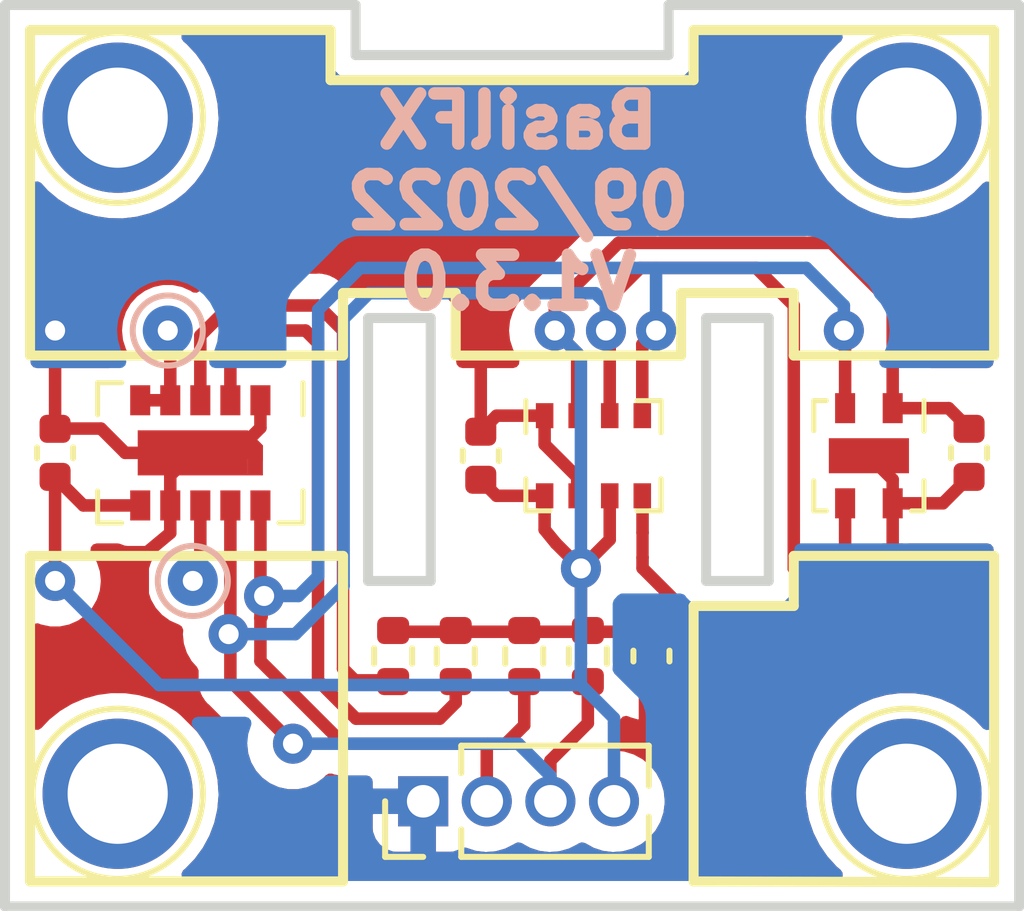
<source format=kicad_pcb>
(kicad_pcb (version 20211014) (generator pcbnew)
  (layers (0 "F.Cu" signal) (31 "B.Cu" signal) (34 "B.Paste" user) (35 "F.Paste" user) (36 "B.SilkS" user "B.Silkscreen") (37 "F.SilkS" user "F.Silkscreen") (38 "B.Mask" user) (39 "F.Mask" user) (44 "Edge.Cuts" user))
  (net 0 "")
  (net 1 "GND")
  (net 2 "+3V3")
  (net 3 "/SDA")
  (net 4 "/SCL")
  (net 5 "/RESET")
  (net 6 "/INT")
  (net 7 "Net-(TP1-Pad1)")
  (net 8 "Net-(TP2-Pad1)")
  (net 9 "Net-(NT1-Pad2)")
  (footprint "Resistor_SMD:R_0402_1005Metric" (layer "F.Cu") (at 119.888 83.75 90)
    (fp_text reference "R1" hide)
    (fp_text value "4k7")
    (fp_line (start -0.153641 -0.38) (end 0.153641 -0.38) (layer "F.SilkS") (width 0.12))
    (fp_line (start -0.153641 0.38) (end 0.153641 0.38) (layer "F.SilkS") (width 0.12))
    (pad "1" smd roundrect (at -0.51 0 90) (size 0.54 0.64) (layers "F.Cu" "F.Paste" "F.Mask") (net 3 "/SDA"))
    (pad "2" smd roundrect (at 0.51 0 90) (size 0.54 0.64) (layers "F.Cu" "F.Paste" "F.Mask") (net 2 "+3V3"))
  )
  (footprint "Resistor_SMD:R_0402_1005Metric" (layer "F.Cu") (at 118.618 83.75 90)
    (fp_text reference "R2" hide)
    (fp_text value "4k7")
    (fp_line (start -0.153641 0.38) (end 0.153641 0.38) (layer "F.SilkS") (width 0.12))
    (fp_line (start -0.153641 -0.38) (end 0.153641 -0.38) (layer "F.SilkS") (width 0.12))
    (pad "1" smd roundrect (at -0.51 0 90) (size 0.54 0.64) (layers "F.Cu" "F.Paste" "F.Mask") (net 4 "/SCL"))
    (pad "2" smd roundrect (at 0.51 0 90) (size 0.54 0.64) (layers "F.Cu" "F.Paste" "F.Mask") (net 2 "+3V3"))
  )
  (footprint "Resistor_SMD:R_0402_1005Metric" (layer "F.Cu") (at 117.25 83.75 90)
    (fp_text reference "R3" hide)
    (fp_text value "4k7")
    (fp_line (start -0.153641 0.38) (end 0.153641 0.38) (layer "F.SilkS") (width 0.12))
    (fp_line (start -0.153641 -0.38) (end 0.153641 -0.38) (layer "F.SilkS") (width 0.12))
    (pad "1" smd roundrect (at -0.51 0 90) (size 0.54 0.64) (layers "F.Cu" "F.Paste" "F.Mask") (net 5 "/RESET"))
    (pad "2" smd roundrect (at 0.51 0 90) (size 0.54 0.64) (layers "F.Cu" "F.Paste" "F.Mask") (net 2 "+3V3"))
  )
  (footprint "Resistor_SMD:R_0402_1005Metric" (layer "F.Cu") (at 116 83.75 90)
    (fp_text reference "R4" hide)
    (fp_text value "4k7")
    (fp_line (start -0.153641 0.38) (end 0.153641 0.38) (layer "F.SilkS") (width 0.12))
    (fp_line (start -0.153641 -0.38) (end 0.153641 -0.38) (layer "F.SilkS") (width 0.12))
    (pad "1" smd roundrect (at -0.51 0 90) (size 0.54 0.64) (layers "F.Cu" "F.Paste" "F.Mask") (net 6 "/INT"))
    (pad "2" smd roundrect (at 0.51 0 90) (size 0.54 0.64) (layers "F.Cu" "F.Paste" "F.Mask") (net 2 "+3V3"))
  )
  (footprint "Package_DFN_QFN:AMS_QFN-4-1EP_2x2mm_P0.95mm_EP0.7x1.6mm" (layer "F.Cu") (at 125.5 79.75 -90)
    (fp_text reference "U2" hide)
    (fp_text value "ENS210")
    (fp_line (start -1.1 1.1) (end -0.5 1.1) (layer "F.SilkS") (width 0.1))
    (fp_line (start 1.1 1.1) (end 0.5 1.1) (layer "F.SilkS") (width 0.1))
    (fp_line (start 1.1 1.1) (end 1.1 0.85) (layer "F.SilkS") (width 0.1))
    (fp_line (start -1.1 1.1) (end -1.1 0.85) (layer "F.SilkS") (width 0.1))
    (fp_line (start 1.1 -1.1) (end 0.5 -1.1) (layer "F.SilkS") (width 0.1))
    (fp_line (start 1.1 -1.1) (end 1.1 -0.85) (layer "F.SilkS") (width 0.1))
    (fp_line (start -0.49 -1.1) (end -1.1 -1.1) (layer "F.SilkS") (width 0.1))
    (pad "1" smd rect (at -0.95 -0.475 270) (size 0.6 0.4) (layers "F.Cu" "F.Paste" "F.Mask") (net 2 "+3V3"))
    (pad "2" smd rect (at -0.95 0.475 270) (size 0.6 0.4) (layers "F.Cu" "F.Paste" "F.Mask") (net 4 "/SCL"))
    (pad "3" smd rect (at 0.95 0.475 270) (size 0.6 0.4) (layers "F.Cu" "F.Paste" "F.Mask") (net 3 "/SDA"))
    (pad "4" smd rect (at 0.95 -0.475 270) (size 0.6 0.4) (layers "F.Cu" "F.Paste" "F.Mask") (net 1 "GND"))
    (pad "5" smd rect (at 0 0 270) (size 0.7 1.6) (layers "F.Cu" "F.Mask") (net 1 "GND"))
  )
  (footprint "Connector_PinHeader_1.27mm:PinHeader_1x04_P1.27mm_Vertical" (layer "F.Cu") (at 116.6 86.65 90)
    (fp_text reference "J1" hide)
    (fp_text value "Conn_01x04" hide)
    (fp_line (start -1.11 0) (end -1.11 -0.76) (layer "F.SilkS") (width 0.12))
    (fp_line (start -1.11 0.76) (end -0.563471 0.76) (layer "F.SilkS") (width 0.12))
    (fp_line (start 0.30753 4.505) (end 1.11 4.505) (layer "F.SilkS") (width 0.12))
    (fp_line (start -1.11 0.76) (end -1.11 4.505) (layer "F.SilkS") (width 0.12))
    (fp_line (start -1.11 4.505) (end -0.30753 4.505) (layer "F.SilkS") (width 0.12))
    (fp_line (start -1.11 -0.76) (end 0 -0.76) (layer "F.SilkS") (width 0.12))
    (fp_line (start 0.563471 0.76) (end 1.11 0.76) (layer "F.SilkS") (width 0.12))
    (fp_line (start 1.11 0.76) (end 1.11 4.505) (layer "F.SilkS") (width 0.12))
    (pad "1" thru_hole rect (at 0 0 90) (size 1 1) (drill 0.65) (layers *.Cu *.Mask) (net 1 "GND"))
    (pad "2" thru_hole oval (at 0 1.27 90) (size 1 1) (drill 0.65) (layers *.Cu *.Mask) (net 4 "/SCL"))
    (pad "3" thru_hole oval (at 0 2.54 90) (size 1 1) (drill 0.65) (layers *.Cu *.Mask) (net 3 "/SDA"))
    (pad "4" thru_hole oval (at 0 3.81 90) (size 1 1) (drill 0.65) (layers *.Cu *.Mask) (net 2 "+3V3"))
  )
  (footprint "Capacitor_SMD:C_0402_1005Metric" (layer "F.Cu") (at 127.5 79.6925 -90)
    (fp_text reference "C3" hide)
    (fp_text value "100nF")
    (fp_line (start -0.107836 -0.36) (end 0.107836 -0.36) (layer "F.SilkS") (width 0.12))
    (fp_line (start -0.107836 0.36) (end 0.107836 0.36) (layer "F.SilkS") (width 0.12))
    (pad "1" smd roundrect (at -0.48 0 270) (size 0.56 0.62) (layers "F.Cu" "F.Paste" "F.Mask") (net 2 "+3V3"))
    (pad "2" smd roundrect (at 0.48 0 270) (size 0.56 0.62) (layers "F.Cu" "F.Paste" "F.Mask") (net 1 "GND"))
  )
  (footprint "Capacitor_SMD:C_0402_1005Metric" (layer "F.Cu") (at 121.158 83.75 -90)
    (fp_text reference "C2" hide)
    (fp_text value "100nF")
    (fp_line (start -0.107836 -0.36) (end 0.107836 -0.36) (layer "F.SilkS") (width 0.12))
    (fp_line (start -0.107836 0.36) (end 0.107836 0.36) (layer "F.SilkS") (width 0.12))
    (pad "1" smd roundrect (at -0.48 0 270) (size 0.56 0.62) (layers "F.Cu" "F.Paste" "F.Mask") (net 2 "+3V3"))
    (pad "2" smd roundrect (at 0.48 0 270) (size 0.56 0.62) (layers "F.Cu" "F.Paste" "F.Mask") (net 1 "GND"))
  )
  (footprint "Capacitor_SMD:C_0402_1005Metric" (layer "F.Cu") (at 117.75 79.75 90)
    (fp_text reference "C1" hide)
    (fp_text value "4.7µF")
    (fp_line (start -0.107836 0.36) (end 0.107836 0.36) (layer "F.SilkS") (width 0.12))
    (fp_line (start -0.107836 -0.36) (end 0.107836 -0.36) (layer "F.SilkS") (width 0.12))
    (pad "1" smd roundrect (at -0.48 0 90) (size 0.56 0.62) (layers "F.Cu" "F.Paste" "F.Mask") (net 2 "+3V3"))
    (pad "2" smd roundrect (at 0.48 0 90) (size 0.56 0.62) (layers "F.Cu" "F.Paste" "F.Mask") (net 1 "GND"))
  )
  (footprint "Package_LGA:Bosch_LGA-8_2x2.5mm_P0.65mm_ClockwisePinNumbering" (layer "F.Cu") (at 120 79.75)
    (fp_text reference "U3" hide)
    (fp_text value "BMP280")
    (fp_line (start 0.87 1.1) (end 1.35 1.1) (layer "F.SilkS") (width 0.1))
    (fp_line (start 1.35 1.1) (end 1.35 0.46) (layer "F.SilkS") (width 0.1))
    (fp_line (start -1.35 -0.46) (end -1.35 -1.1) (layer "F.SilkS") (width 0.1))
    (fp_line (start -1.35 1.1) (end -0.87 1.1) (layer "F.SilkS") (width 0.1))
    (fp_line (start -1.35 1.1) (end -1.35 0.46) (layer "F.SilkS") (width 0.1))
    (fp_line (start 0.87 -1.1) (end 1.35 -1.1) (layer "F.SilkS") (width 0.1))
    (fp_line (start 1.35 -0.46) (end 1.35 -1.1) (layer "F.SilkS") (width 0.1))
    (pad "1" smd rect (at -0.975 -0.8 90) (size 0.5 0.35) (layers "F.Cu" "F.Paste" "F.Mask") (net 1 "GND"))
    (pad "2" smd rect (at -0.325 -0.8 90) (size 0.5 0.35) (layers "F.Cu" "F.Paste" "F.Mask") (net 2 "+3V3"))
    (pad "3" smd rect (at 0.325 -0.8 90) (size 0.5 0.35) (layers "F.Cu" "F.Paste" "F.Mask") (net 3 "/SDA"))
    (pad "4" smd rect (at 0.975 -0.8 90) (size 0.5 0.35) (layers "F.Cu" "F.Paste" "F.Mask") (net 4 "/SCL"))
    (pad "5" smd rect (at 0.975 0.8 90) (size 0.5 0.35) (layers "F.Cu" "F.Paste" "F.Mask") (net 9 "Net-(NT1-Pad2)"))
    (pad "6" smd rect (at 0.325 0.8 90) (size 0.5 0.35) (layers "F.Cu" "F.Paste" "F.Mask") (net 2 "+3V3"))
    (pad "7" smd rect (at -0.325 0.8 90) (size 0.5 0.35) (layers "F.Cu" "F.Paste" "F.Mask") (net 1 "GND"))
    (pad "8" smd rect (at -0.975 0.8 90) (size 0.5 0.35) (layers "F.Cu" "F.Paste" "F.Mask") (net 2 "+3V3"))
  )
  (footprint "Capacitor_SMD:C_0402_1005Metric" (layer "F.Cu") (at 109.25 79.6925 90)
    (fp_text reference "C4" hide)
    (fp_text value "100nF")
    (fp_line (start -0.107836 -0.36) (end 0.107836 -0.36) (layer "F.SilkS") (width 0.12))
    (fp_line (start -0.107836 0.36) (end 0.107836 0.36) (layer "F.SilkS") (width 0.12))
    (pad "1" smd roundrect (at -0.48 0 90) (size 0.56 0.62) (layers "F.Cu" "F.Paste" "F.Mask") (net 2 "+3V3"))
    (pad "2" smd roundrect (at 0.48 0 90) (size 0.56 0.62) (layers "F.Cu" "F.Paste" "F.Mask") (net 1 "GND"))
  )
  (footprint "TestPoint:TestPoint_Plated_Hole_D2.0mm" (layer "F.Cu") (at 110.5 73)
    (fp_text reference "MK1" hide)
    (fp_text value "Mounting_Hole" hide)
    (fp_circle (center 0 0) (end 0 -1.7) (layer "F.SilkS") (width 0.12) (fill none))
    (pad "1" thru_hole circle (at 0 0) (size 3 3) (drill 2) (layers *.Cu *.Mask))
  )
  (footprint "TestPoint:TestPoint_Plated_Hole_D2.0mm" (layer "F.Cu") (at 126.25 73)
    (fp_text reference "MK2" hide)
    (fp_text value "Mounting_Hole" hide)
    (fp_circle (center 0 0) (end 0 -1.7) (layer "F.SilkS") (width 0.12) (fill none))
    (pad "1" thru_hole circle (at 0 0) (size 3 3) (drill 2) (layers *.Cu *.Mask))
  )
  (footprint "TestPoint:TestPoint_Plated_Hole_D2.0mm" (layer "F.Cu") (at 126.25 86.5)
    (fp_text reference "MK3" hide)
    (fp_text value "Mounting_Hole" hide)
    (fp_circle (center 0 0) (end 0 -1.7) (layer "F.SilkS") (width 0.12) (fill none))
    (pad "1" thru_hole circle (at 0 0) (size 3 3) (drill 2) (layers *.Cu *.Mask))
  )
  (footprint "TestPoint:TestPoint_Plated_Hole_D2.0mm" (layer "F.Cu") (at 110.5 86.5)
    (fp_text reference "MK4" hide)
    (fp_text value "Mounting_Hole" hide)
    (fp_circle (center 0 0) (end 0 -1.7) (layer "F.SilkS") (width 0.12) (fill none))
    (pad "1" thru_hole circle (at 0 0) (size 3 3) (drill 2) (layers *.Cu *.Mask))
  )
  (footprint "Package_LGA2:AMS_LGA-10-1EP_2.7x4mm_P0.6mm" (layer "F.Cu") (at 112.15 79.6925 -90)
    (fp_text reference "U1" hide)
    (fp_text value "CCS811")
    (fp_line (start -1.4 2.05) (end -0.76 2.05) (layer "F.SilkS") (width 0.1))
    (fp_line (start -1.4 1.57) (end -1.4 2.05) (layer "F.SilkS") (width 0.1))
    (fp_line (start 1.4 1.57) (end 1.4 2.05) (layer "F.SilkS") (width 0.1))
    (fp_line (start 0.76 2.05) (end 1.4 2.05) (layer "F.SilkS") (width 0.1))
    (fp_line (start 1.4 -2.05) (end 1.4 -1.57) (layer "F.SilkS") (width 0.1))
    (fp_line (start 0.76 -2.05) (end 1.4 -2.05) (layer "F.SilkS") (width 0.1))
    (fp_line (start -1.4 -2.05) (end -0.76 -2.05) (layer "F.SilkS") (width 0.1))
    (pad "1" smd rect locked (at -1.05 -1.2 270) (size 0.6 0.4) (layers "F.Cu" "F.Paste" "F.Mask") (net 1 "GND"))
    (pad "2" smd rect locked (at -1.05 -0.6 270) (size 0.6 0.4) (layers "F.Cu" "F.Paste" "F.Mask") (net 5 "/RESET"))
    (pad "3" smd rect locked (at -1.05 0 270) (size 0.6 0.4) (layers "F.Cu" "F.Paste" "F.Mask") (net 6 "/INT"))
    (pad "4" smd rect locked (at -1.05 0.6 270) (size 0.6 0.4) (layers "F.Cu" "F.Paste" "F.Mask") (net 8 "Net-(TP2-Pad1)"))
    (pad "5" smd rect locked (at -1.05 1.2 270) (size 0.6 0.4) (layers "F.Cu" "F.Paste" "F.Mask") (net 8 "Net-(TP2-Pad1)"))
    (pad "6" smd rect locked (at 1.05 1.2 270) (size 0.6 0.4) (layers "F.Cu" "F.Paste" "F.Mask") (net 2 "+3V3"))
    (pad "7" smd rect locked (at 1.05 0.6 270) (size 0.6 0.4) (layers "F.Cu" "F.Paste" "F.Mask") (net 1 "GND"))
    (pad "8" smd rect locked (at 1.05 0 270) (size 0.6 0.4) (layers "F.Cu" "F.Paste" "F.Mask") (net 7 "Net-(TP1-Pad1)"))
    (pad "9" smd rect locked (at 1.05 -0.6 270) (size 0.6 0.4) (layers "F.Cu" "F.Paste" "F.Mask") (net 3 "/SDA"))
    (pad "10" smd rect locked (at 1.05 -1.2 270) (size 0.6 0.4) (layers "F.Cu" "F.Paste" "F.Mask") (net 4 "/SCL"))
    (pad "11" smd rect locked (at 0.15 -1.1 270) (size 0.6 0.3) (layers "F.Cu" "F.Paste" "F.Mask") (net 1 "GND"))
    (pad "11" smd rect locked (at 0 0.15 270) (size 0.9 2.2) (layers "F.Cu" "F.Paste" "F.Mask") (net 1 "GND"))
    (pad "11" smd trapezoid locked (at 0 -1.1 270) (size 0.6 0.3) (rect_delta 0 0.3) (layers "F.Cu" "F.Paste" "F.Mask") (net 1 "GND"))
  )
  (footprint "NetTie:NetTie-2_SMD_Pad0.25mm" (layer "F.Cu") (at 120.9802 81.534 90)
    (fp_text reference "NT1" hide)
    (fp_text value "NetTie_2" hide)
    (fp_poly (pts (xy -0.246 -0.123) (xy 0.246 -0.123) (xy 0.246 0.123) (xy -0.246 0.123)) (layer "F.Cu") (width 0) (fill solid))
    (pad "1" smd circle (at -0.25 0 90) (size 0.25 0.25) (layers "F.Cu") (net 1 "GND"))
    (pad "2" smd circle (at 0.25 0 90) (size 0.25 0.25) (layers "F.Cu") (net 9 "Net-(NT1-Pad2)"))
  )
  (footprint "TestPoint:TestPoint_Pad_D1.0mm" (layer "B.Cu") (at 112 82.25)
    (fp_text reference "TP1" hide)
    (fp_text value "NC" hide)
    (fp_circle (center 0 0) (end 0 -0.7) (layer "B.SilkS") (width 0.12) (fill none))
    (pad "1" smd circle (at 0 0) (size 1 1) (layers "B.Cu" "B.Mask") (net 7 "Net-(TP1-Pad1)"))
  )
  (footprint "TestPoint:TestPoint_Pad_D1.0mm" (layer "B.Cu") (at 111.5 77.25)
    (fp_text reference "TP2" hide)
    (fp_text value "NC" hide)
    (fp_circle (center 0 0) (end 0 -0.7) (layer "B.SilkS") (width 0.12) (fill none))
    (pad "1" smd circle (at 0 0) (size 1 1) (layers "B.Cu" "B.Mask") (net 8 "Net-(TP2-Pad1)"))
  )
  (gr_line (start 117.25 76.5) (end 115 76.5) (layer "F.SilkS") (width 0.2))
  (gr_line (start 117.25 77.75) (end 117.25 76.5) (layer "F.SilkS") (width 0.2))
  (gr_line (start 115 81.75) (end 108.75 81.75) (layer "F.SilkS") (width 0.2))
  (gr_line (start 115 77.75) (end 108.75 77.75) (layer "F.SilkS") (width 0.2))
  (gr_line (start 124 81.75) (end 124 82.75) (layer "F.SilkS") (width 0.2))
  (gr_line (start 121.75 77.75) (end 117.25 77.75) (layer "F.SilkS") (width 0.2))
  (gr_line (start 128 77.75) (end 124 77.75) (layer "F.SilkS") (width 0.2))
  (gr_line (start 115 88.25) (end 115 81.75) (layer "F.SilkS") (width 0.2))
  (gr_line (start 128 88.25) (end 128 81.75) (layer "F.SilkS") (width 0.2))
  (gr_line (start 122 72.25) (end 114.75 72.25) (layer "F.SilkS") (width 0.2))
  (gr_line (start 128 71.25) (end 128 77.75) (layer "F.SilkS") (width 0.2))
  (gr_line (start 128 71.25) (end 122 71.25) (layer "F.SilkS") (width 0.2))
  (gr_line (start 124 76.5) (end 121.75 76.5) (layer "F.SilkS") (width 0.2))
  (gr_line (start 115 88.25) (end 108.75 88.25) (layer "F.SilkS") (width 0.2))
  (gr_line (start 122 71.25) (end 122 72.25) (layer "F.SilkS") (width 0.2))
  (gr_line (start 124 77.75) (end 124 76.5) (layer "F.SilkS") (width 0.2))
  (gr_line (start 121.75 76.5) (end 121.75 77.75) (layer "F.SilkS") (width 0.2))
  (gr_line (start 108.75 81.75) (end 108.75 88.25) (layer "F.SilkS") (width 0.2))
  (gr_line (start 114.75 72.25) (end 114.75 71.25) (layer "F.SilkS") (width 0.2))
  (gr_line (start 115 76.5) (end 115 77.75) (layer "F.SilkS") (width 0.2))
  (gr_line (start 108.75 77.75) (end 108.75 71.25) (layer "F.SilkS") (width 0.2))
  (gr_line (start 114.75 71.25) (end 108.75 71.25) (layer "F.SilkS") (width 0.2))
  (gr_line (start 128 88.265) (end 122 88.25) (layer "F.SilkS") (width 0.2))
  (gr_line (start 128 81.75) (end 124 81.75) (layer "F.SilkS") (width 0.2))
  (gr_line (start 124 82.75) (end 122 82.75) (layer "F.SilkS") (width 0.2))
  (gr_line (start 122 82.75) (end 122 88.25) (layer "F.SilkS") (width 0.2))
  (gr_line (start 115.5 77) (end 116.75 77) (layer "Edge.Cuts") (width 0.2))
  (gr_line (start 116.75 77) (end 116.75 82.25) (layer "Edge.Cuts") (width 0.2))
  (gr_line (start 115.5 82.25) (end 115.5 77) (layer "Edge.Cuts") (width 0.2))
  (gr_line (start 116.75 82.25) (end 115.5 82.25) (layer "Edge.Cuts") (width 0.2))
  (gr_line (start 123.5 82.25) (end 122.25 82.25) (layer "Edge.Cuts") (width 0.2))
  (gr_line (start 128.5 70.75) (end 128.5 88.75) (layer "Edge.Cuts") (width 0.2))
  (gr_line (start 123.5 77) (end 123.5 82.25) (layer "Edge.Cuts") (width 0.2))
  (gr_line (start 108.25 88.75) (end 108.25 70.75) (layer "Edge.Cuts") (width 0.2))
  (gr_line (start 108.25 70.75) (end 115.25 70.75) (layer "Edge.Cuts") (width 0.2))
  (gr_line (start 121.5 71.75) (end 121.5 70.75) (layer "Edge.Cuts") (width 0.2))
  (gr_line (start 121.5 70.75) (end 128.5 70.75) (layer "Edge.Cuts") (width 0.2))
  (gr_line (start 115.25 70.75) (end 115.25 71.75) (layer "Edge.Cuts") (width 0.2))
  (gr_line (start 115.25 71.75) (end 121.5 71.75) (layer "Edge.Cuts") (width 0.2))
  (gr_line (start 128.5 88.75) (end 108.25 88.75) (layer "Edge.Cuts") (width 0.2))
  (gr_line (start 122.25 82.25) (end 122.25 77) (layer "Edge.Cuts") (width 0.2))
  (gr_line (start 122.25 77) (end 123.5 77) (layer "Edge.Cuts") (width 0.2))
  (gr_text "BasilFX\n09/2022\nV1.3.0" (at 118.491 74.676) (layer "B.SilkS") (effects (font (size 1 1) (thickness 0.25)) (justify mirror)))
  (segment (start 118.065 78.95) (end 117.75 79.265) (width 0.25) (layer "F.Cu") (net 1))
  (segment (start 119.025 78.95) (end 118.065 78.95) (width 0.25) (layer "F.Cu") (net 1))
  (segment (start 110.65 79.6925) (end 110.165 79.2075) (width 0.25) (layer "F.Cu") (net 1))
  (segment (start 111.55 80.7425) (end 111.55 80.1425) (width 0.25) (layer "F.Cu") (net 1))
  (segment (start 110.165 79.2075) (end 109.25 79.2075) (width 0.25) (layer "F.Cu") (net 1))
  (segment (start 113.35 78.6425) (end 113.35 79.1925) (width 0.25) (layer "F.Cu") (net 1))
  (segment (start 113.35 79.1925) (end 112.85 79.6925) (width 0.25) (layer "F.Cu") (net 1))
  (segment (start 111.55 80.1425) (end 112 79.6925) (width 0.25) (layer "F.Cu") (net 1))
  (segment (start 109.25 79.2075) (end 109.25 77.25) (width 0.25) (layer "F.Cu") (net 1))
  (segment (start 112 79.6925) (end 110.65 79.6925) (width 0.25) (layer "F.Cu") (net 1))
  (segment (start 111.55 80.7425) (end 111.55 81.2925) (width 0.25) (layer "F.Cu") (net 1))
  (segment (start 111.55 81.2925) (end 111 81.75) (width 0.25) (layer "F.Cu") (net 1))
  (segment (start 113.25 79.6925) (end 112 79.6925) (width 0.25) (layer "F.Cu") (net 1))
  (segment (start 111 82.806) (end 111 84) (width 0.25) (layer "F.Cu") (net 1))
  (segment (start 119.675 80.55) (end 119.675 80.175) (width 0.25) (layer "F.Cu") (net 1))
  (segment (start 117.1448 75.4888) (end 117.2718 75.6158) (width 0.25) (layer "F.Cu") (net 1))
  (segment (start 119.675 80.175) (end 119.025 79.525) (width 0.25) (layer "F.Cu") (net 1))
  (segment (start 122.25 83.265) (end 124.985 83.265) (width 0.25) (layer "F.Cu") (net 1))
  (segment (start 126.9775 80.7) (end 127.5 80.1775) (width 0.25) (layer "F.Cu") (net 1))
  (segment (start 125.975 80.7) (end 126.9775 80.7) (width 0.25) (layer "F.Cu") (net 1))
  (segment (start 119.025 79.525) (end 119.025 78.95) (width 0.25) (layer "F.Cu") (net 1))
  (segment (start 109.6772 75.4888) (end 117.1448 75.4888) (width 0.25) (layer "F.Cu") (net 1))
  (segment (start 124.985 83.265) (end 125.975 82.275) (width 0.25) (layer "F.Cu") (net 1))
  (segment (start 113.65 86.65) (end 116.6 86.65) (width 0.25) (layer "F.Cu") (net 1))
  (segment (start 125.975 80.7) (end 125.975 80.225) (width 0.25) (layer "F.Cu") (net 1))
  (segment (start 120.9802 81.9952) (end 122.25 83.265) (width 0.25) (layer "F.Cu") (net 1))
  (segment (start 120.9802 81.784) (end 120.9802 81.9952) (width 0.25) (layer "F.Cu") (net 1))
  (segment (start 109.25 75.916) (end 109.6772 75.4888) (width 0.25) (layer "F.Cu") (net 1))
  (segment (start 125.975 82.275) (end 125.975 80.7) (width 0.25) (layer "F.Cu") (net 1))
  (segment (start 117.2718 75.6158) (end 117.75 76.094) (width 0.25) (layer "F.Cu") (net 1))
  (segment (start 125.975 80.225) (end 125.5 79.75) (width 0.25) (layer "F.Cu") (net 1))
  (segment (start 109.25 77.25) (end 109.25 75.916) (width 0.25) (layer "F.Cu") (net 1))
  (segment (start 111 84) (end 113.65 86.65) (width 0.25) (layer "F.Cu") (net 1))
  (segment (start 111 81.75) (end 111 82.806) (width 0.25) (layer "F.Cu") (net 1))
  (segment (start 117.75 79.265) (end 117.75 76.094) (width 0.25) (layer "F.Cu") (net 1))
  (via (at 109.25 77.25) (size 0.8) (drill 0.4) (layers "F.Cu" "B.Cu") (net 1))
  (segment (start 119.025 81.225) (end 119.025 80.55) (width 0.25) (layer "F.Cu") (net 2))
  (segment (start 119.25 81.5) (end 119.025 81.225) (width 0.25) (layer "F.Cu") (net 2))
  (segment (start 119.75 82) (end 120.325 81.425) (width 0.25) (layer "F.Cu") (net 2))
  (segment (start 119.75 82) (end 119.25 81.5) (width 0.25) (layer "F.Cu") (net 2))
  (segment (start 120.325 81.425) (end 120.325 80.55) (width 0.25) (layer "F.Cu") (net 2))
  (segment (start 118.065 80.55) (end 117.75 80.235) (width 0.25) (layer "F.Cu") (net 2))
  (segment (start 119.025 80.55) (end 118.065 80.55) (width 0.25) (layer "F.Cu") (net 2))
  (segment (start 109.815 80.7425) (end 109.25 80.1775) (width 0.25) (layer "F.Cu") (net 2))
  (segment (start 110.95 80.7425) (end 109.815 80.7425) (width 0.25) (layer "F.Cu") (net 2))
  (segment (start 109.25 82.25) (end 109.25 80.1775) (width 0.25) (layer "F.Cu") (net 2))
  (segment (start 119.888 83.265) (end 121.158 83.265) (width 0.25) (layer "F.Cu") (net 2))
  (segment (start 125.975 76.725) (end 124.75 75.5) (width 0.25) (layer "F.Cu") (net 2))
  (segment (start 125.975 78.8) (end 127.0925 78.8) (width 0.25) (layer "F.Cu") (net 2))
  (segment (start 125.975 78.8) (end 125.975 76.725) (width 0.25) (layer "F.Cu") (net 2))
  (segment (start 119.675 77.6974) (end 119.2276 77.25) (width 0.25) (layer "F.Cu") (net 2))
  (segment (start 127.0925 78.8) (end 127.5 79.2075) (width 0.25) (layer "F.Cu") (net 2))
  (segment (start 117.25 83.265) (end 118.618 83.265) (width 0.25) (layer "F.Cu") (net 2))
  (segment (start 119.2276 77.25) (end 119.2276 76.7724) (width 0.25) (layer "F.Cu") (net 2))
  (segment (start 119.675 78.95) (end 119.675 77.6974) (width 0.25) (layer "F.Cu") (net 2))
  (segment (start 119.75 82.412) (end 119.75 82) (width 0.25) (layer "F.Cu") (net 2))
  (segment (start 119.2276 76.7724) (end 120.5 75.5) (width 0.25) (layer "F.Cu") (net 2))
  (segment (start 119.75 83.265) (end 119.75 82.412) (width 0.25) (layer "F.Cu") (net 2))
  (segment (start 116 83.265) (end 117.25 83.265) (width 0.25) (layer "F.Cu") (net 2))
  (segment (start 118.618 83.265) (end 119.888 83.265) (width 0.25) (layer "F.Cu") (net 2))
  (segment (start 124.75 75.5) (end 120.5 75.5) (width 0.25) (layer "F.Cu") (net 2))
  (via (at 119.2276 77.25) (size 0.8) (drill 0.4) (layers "F.Cu" "B.Cu") (net 2))
  (via (at 109.25 82.25) (size 0.8) (drill 0.4) (layers "F.Cu" "B.Cu") (net 2))
  (via (at 119.75 82) (size 0.8) (drill 0.4) (layers "F.Cu" "B.Cu") (net 2))
  (segment (start 119.748 84.328) (end 120.41 84.99) (width 0.25) (layer "B.Cu") (net 2))
  (segment (start 109.25 82.25) (end 111.328 84.328) (width 0.25) (layer "B.Cu") (net 2))
  (segment (start 119.75 82) (end 119.75 77.7724) (width 0.25) (layer "B.Cu") (net 2))
  (segment (start 120.41 86.65) (end 120.41 85.104) (width 0.25) (layer "B.Cu") (net 2))
  (segment (start 119.748 83.902) (end 119.748 84.328) (width 0.25) (layer "B.Cu") (net 2))
  (segment (start 119.75 82) (end 119.75 83.9) (width 0.25) (layer "B.Cu") (net 2))
  (segment (start 119.75 77.7724) (end 119.2276 77.25) (width 0.25) (layer "B.Cu") (net 2))
  (segment (start 111.328 84.328) (end 119.748 84.328) (width 0.25) (layer "B.Cu") (net 2))
  (segment (start 119.75 83.9) (end 119.748 83.902) (width 0.25) (layer "B.Cu") (net 2))
  (segment (start 120.41 84.99) (end 120.41 85.076) (width 0.25) (layer "B.Cu") (net 2))
  (segment (start 120.325 77.325) (end 120.25 77.25) (width 0.25) (layer "F.Cu") (net 3))
  (segment (start 120.325 78.95) (end 120.325 77.325) (width 0.25) (layer "F.Cu") (net 3))
  (segment (start 120.25 76.684315) (end 120.934315 76) (width 0.25) (layer "F.Cu") (net 3))
  (segment (start 120.25 77.25) (end 120.25 76.684315) (width 0.25) (layer "F.Cu") (net 3))
  (segment (start 112.75 80.7425) (end 112.75 83.54) (width 0.25) (layer "F.Cu") (net 3))
  (segment (start 124.25 82.25) (end 124.75 82.25) (width 0.25) (layer "F.Cu") (net 3))
  (segment (start 125.025 81.975) (end 125.025 80.7) (width 0.25) (layer "F.Cu") (net 3))
  (segment (start 124 76.75) (end 124 82) (width 0.25) (layer "F.Cu") (net 3))
  (segment (start 112.75 84.25) (end 114 85.5) (width 0.25) (layer "F.Cu") (net 3))
  (segment (start 119.888 84.235) (end 119.888 85.09) (width 0.25) (layer "F.Cu") (net 3))
  (segment (start 112.75 83.54) (end 112.7155 83.312) (width 0.25) (layer "F.Cu") (net 3))
  (segment (start 119.14 85.838) (end 119.14 86.65) (width 0.25) (layer "F.Cu") (net 3))
  (segment (start 123.25 76) (end 124 76.75) (width 0.25) (layer "F.Cu") (net 3))
  (segment (start 119.888 85.09) (end 119.14 85.838) (width 0.25) (layer "F.Cu") (net 3))
  (segment (start 112.75 83.54) (end 112.75 84.25) (width 0.25) (layer "F.Cu") (net 3))
  (segment (start 124 82) (end 124.25 82.25) (width 0.25) (layer "F.Cu") (net 3))
  (segment (start 124.75 82.25) (end 125.025 81.975) (width 0.25) (layer "F.Cu") (net 3))
  (segment (start 120.934315 76) (end 123.25 76) (width 0.25) (layer "F.Cu") (net 3))
  (via (at 120.25 77.25) (size 0.8) (drill 0.4) (layers "F.Cu" "B.Cu") (net 3))
  (via (at 112.7155 83.312) (size 0.8) (drill 0.4) (layers "F.Cu" "B.Cu") (net 3))
  (via (at 114 85.5) (size 0.8) (drill 0.4) (layers "F.Cu" "B.Cu") (net 3))
  (segment (start 119.14 86.14) (end 119.14 86.65) (width 0.25) (layer "B.Cu") (net 3))
  (segment (start 118.5 85.5) (end 119.14 86.14) (width 0.25) (layer "B.Cu") (net 3))
  (segment (start 120.0404 76.5048) (end 120.096602 76.561002) (width 0.25) (layer "B.Cu") (net 3))
  (segment (start 115.0112 82.3468) (end 115.0112 77.0128) (width 0.25) (layer "B.Cu") (net 3))
  (segment (start 115.677002 76.5048) (end 115.9002 76.5048) (width 0.25) (layer "B.Cu") (net 3))
  (segment (start 115.5192 76.5048) (end 115.677002 76.5048) (width 0.25) (layer "B.Cu") (net 3))
  (segment (start 114 85.5) (end 118.5 85.5) (width 0.25) (layer "B.Cu") (net 3))
  (segment (start 120.25 76.7144) (end 120.25 77.25) (width 0.25) (layer "B.Cu") (net 3))
  (segment (start 115.0112 77.0128) (end 115.5192 76.5048) (width 0.25) (layer "B.Cu") (net 3))
  (segment (start 115.9002 76.5048) (end 120.0404 76.5048) (width 0.25) (layer "B.Cu") (net 3))
  (segment (start 115.9002 76.5048) (end 115.807438 76.5048) (width 0.25) (layer "B.Cu") (net 3))
  (segment (start 115.677002 76.5048) (end 115.807438 76.5048) (width 0.25) (layer "B.Cu") (net 3))
  (segment (start 114.046 83.312) (end 115.0112 82.3468) (width 0.25) (layer "B.Cu") (net 3))
  (segment (start 112.7155 83.312) (end 114.046 83.312) (width 0.25) (layer "B.Cu") (net 3))
  (segment (start 120.096602 76.561002) (end 120.25 76.7144) (width 0.25) (layer "B.Cu") (net 3))
  (segment (start 120.975 78.95) (end 120.975 77.525) (width 0.25) (layer "F.Cu") (net 4))
  (segment (start 120.975 77.525) (end 121.25 77.25) (width 0.25) (layer "F.Cu") (net 4))
  (segment (start 113.37265 82.96935) (end 113.35 82.992) (width 0.25) (layer "F.Cu") (net 4))
  (segment (start 113.35 83.85) (end 113.35 82.992) (width 0.25) (layer "F.Cu") (net 4))
  (segment (start 117.885 85.5) (end 118.25 85.5) (width 0.25) (layer "F.Cu") (net 4))
  (segment (start 117.87 85.515) (end 117.885 85.5) (width 0.25) (layer "F.Cu") (net 4))
  (segment (start 115 85.5) (end 113.35 83.85) (width 0.25) (layer "F.Cu") (net 4))
  (segment (start 113.423705 82.55) (end 113.37265 82.96935) (width 0.25) (layer "F.Cu") (net 4))
  (segment (start 118.2961 85.4539) (end 118.618 85.132) (width 0.25) (layer "F.Cu") (net 4))
  (segment (start 113.35 82.992) (end 113.35 80.7425) (width 0.25) (layer "F.Cu") (net 4))
  (segment (start 117.87 86.65) (end 117.87 85.515) (width 0.25) (layer "F.Cu") (net 4))
  (segment (start 118.25 85.5) (end 118.2961 85.4539) (width 0.25) (layer "F.Cu") (net 4))
  (segment (start 115 85.5) (end 117.885 85.5) (width 0.25) (layer "F.Cu") (net 4))
  (segment (start 118.618 84.235) (end 118.618 85.132) (width 0.25) (layer "F.Cu") (net 4))
  (segment (start 125.025 78.8) (end 125.025 77.275) (width 0.25) (layer "F.Cu") (net 4))
  (segment (start 125.025 77.275) (end 125 77.25) (width 0.25) (layer "F.Cu") (net 4))
  (via (at 121.25 77.25) (size 0.8) (drill 0.4) (layers "F.Cu" "B.Cu") (net 4))
  (via (at 113.423705 82.55) (size 0.8) (drill 0.4) (layers "F.Cu" "B.Cu") (net 4))
  (via (at 125 77.25) (size 0.8) (drill 0.4) (layers "F.Cu" "B.Cu") (net 4))
  (segment (start 121.25 77.25) (end 121.25 76) (width 0.25) (layer "B.Cu") (net 4))
  (segment (start 114.5032 76.835) (end 115.3382 76) (width 0.25) (layer "B.Cu") (net 4))
  (segment (start 115.3382 76) (end 124.25 76) (width 0.25) (layer "B.Cu") (net 4))
  (segment (start 114.11 82.55) (end 114.5032 82.1568) (width 0.25) (layer "B.Cu") (net 4))
  (segment (start 113.423705 82.55) (end 114.11 82.55) (width 0.25) (layer "B.Cu") (net 4))
  (segment (start 114.5032 82.0668) (end 114.5032 76.835) (width 0.25) (layer "B.Cu") (net 4))
  (segment (start 114.5032 82.1568) (end 114.5032 82.0668) (width 0.25) (layer "B.Cu") (net 4))
  (segment (start 125 76.75) (end 125 77.25) (width 0.25) (layer "B.Cu") (net 4))
  (segment (start 124.25 76) (end 125 76.75) (width 0.25) (layer "B.Cu") (net 4))
  (segment (start 114.5 77.5) (end 114.5 84.240868) (width 0.25) (layer "F.Cu") (net 5))
  (segment (start 115.259132 85) (end 116.93 85) (width 0.25) (layer "F.Cu") (net 5))
  (segment (start 116.93 85) (end 117.25 84.68) (width 0.25) (layer "F.Cu") (net 5))
  (segment (start 114.5 84.240868) (end 115.259132 85) (width 0.25) (layer "F.Cu") (net 5))
  (segment (start 114.25 77.25) (end 114.5 77.5) (width 0.25) (layer "F.Cu") (net 5))
  (segment (start 112.75 78.6425) (end 112.75 77.5) (width 0.25) (layer "F.Cu") (net 5))
  (segment (start 113 77.25) (end 114.25 77.25) (width 0.25) (layer "F.Cu") (net 5))
  (segment (start 112.75 77.5) (end 113 77.25) (width 0.25) (layer "F.Cu") (net 5))
  (segment (start 117.25 84.235) (end 117.25 84.68) (width 0.25) (layer "F.Cu") (net 5))
  (segment (start 114.5 76.75) (end 115 77.25) (width 0.25) (layer "F.Cu") (net 6))
  (segment (start 112.15 77.35) (end 112.75 76.75) (width 0.25) (layer "F.Cu") (net 6))
  (segment (start 112.15 78.6425) (end 112.15 77.35) (width 0.25) (layer "F.Cu") (net 6))
  (segment (start 112.75 76.75) (end 114.5 76.75) (width 0.25) (layer "F.Cu") (net 6))
  (segment (start 115 84) (end 115.235 84.235) (width 0.25) (layer "F.Cu") (net 6))
  (segment (start 115.235 84.235) (end 116 84.235) (width 0.25) (layer "F.Cu") (net 6))
  (segment (start 115 77.25) (end 115 84) (width 0.25) (layer "F.Cu") (net 6))
  (segment (start 112 82.25) (end 112.15 82.1) (width 0.25) (layer "F.Cu") (net 7))
  (segment (start 112.15 82.1) (end 112.15 80.7425) (width 0.25) (layer "F.Cu") (net 7))
  (via (at 112 82.25) (size 0.8) (drill 0.4) (layers "F.Cu" "B.Cu") (net 7))
  (segment (start 111.55 77.3) (end 111.5 77.25) (width 0.25) (layer "F.Cu") (net 8))
  (segment (start 110.95 78.6425) (end 111.55 78.6425) (width 0.25) (layer "F.Cu") (net 8))
  (segment (start 111.55 78.6425) (end 111.55 77.3) (width 0.25) (layer "F.Cu") (net 8))
  (via (at 111.5 77.25) (size 0.8) (drill 0.4) (layers "F.Cu" "B.Cu") (net 8))
  (segment (start 120.9802 81.284) (end 120.9802 80.5552) (width 0.25) (layer "F.Cu") (net 9))
  (zone (net 1) (net_name "GND") (layer "F.Cu") (connect_pads (clearance 0.508)) (min_thickness 0.254) (fill yes (thermal_gap 0.508) (thermal_bridge_width 0.508))
    (polygon (pts (xy 108.5 81.5) (xy 115.25 81.5) (xy 115.25 82.5) (xy 123.75 82.5) (xy 123.75 81.5) (xy 128.25 81.5) (xy 128.25 88.5) (xy 108.5 88.5)))
  )
  (zone (net 1) (net_name "GND") (layer "F.Cu") (connect_pads (clearance 0.508)) (min_thickness 0.254) (fill yes (thermal_gap 0.508) (thermal_bridge_width 0.508))
    (polygon (pts (xy 108.5 71) (xy 115 71) (xy 115 72) (xy 121.75 72) (xy 121.75 71) (xy 128.25 71) (xy 128.25 78) (xy 123.75 78) (xy 123.75 76.75) (xy 122 76.75) (xy 122 78) (xy 117 78) (xy 117 76.75) (xy 115.25 76.75) (xy 115.25 78) (xy 108.5 78)))
  )
  (zone (net 1) (net_name "GND") (layer "B.Cu") (connect_pads (clearance 0.508)) (min_thickness 0.254) (fill yes (thermal_gap 0.508) (thermal_bridge_width 0.508))
    (polygon (pts (xy 108.5 81.5) (xy 115.25 81.5) (xy 115.25 82.5) (xy 123.75 82.5) (xy 123.75 81.5) (xy 128.25 81.5) (xy 128.25 88.5) (xy 108.5 88.5)))
  )
  (zone (net 1) (net_name "GND") (layer "B.Cu") (connect_pads (clearance 0.508)) (min_thickness 0.254) (fill yes (thermal_gap 0.508) (thermal_bridge_width 0.508))
    (polygon (pts (xy 108.5 71) (xy 115 71) (xy 115 72) (xy 121.75 72) (xy 121.75 71) (xy 128.25 71) (xy 128.25 78) (xy 123.75 78) (xy 123.75 76.75) (xy 122 76.75) (xy 122 78) (xy 117 78) (xy 117 76.75) (xy 115.25 76.75) (xy 115.25 78) (xy 108.5 78)))
  )
)
</source>
